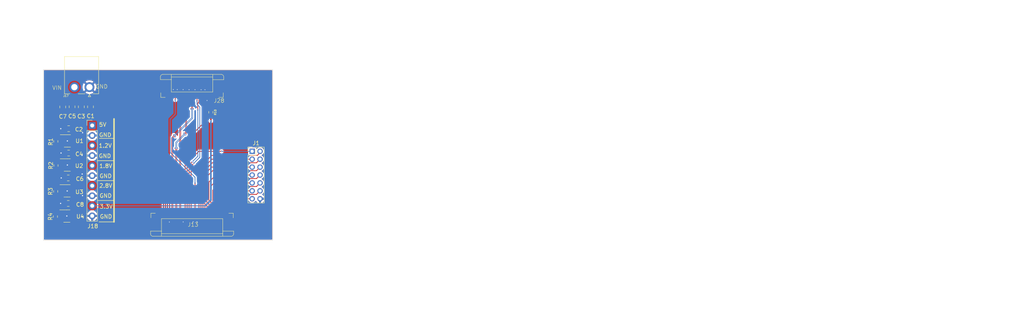
<source format=kicad_pcb>
(kicad_pcb (version 20240108) (generator "pcbnew") (generator_version "8.0")
  (layers (0 "F.Cu" jumper) (31 "B.Cu" signal) (34 "B.Paste" user) (35 "F.Paste" user) (36 "B.SilkS" user "B.Silkscreen") (37 "F.SilkS" user "F.Silkscreen") (38 "B.Mask" user) (39 "F.Mask" user) (44 "Edge.Cuts" user))
  (net 0 "")
  (net 1 "/GPIO6")
  (net 2 "/GPIO4")
  (net 3 "/GPIO0")
  (net 4 "/PCLK")
  (net 5 "/GPIO5")
  (net 6 "/GPIO7")
  (net 7 "/VSYNC")
  (net 8 "/GPIO2")
  (net 9 "/GPIO9")
  (net 10 "/GPIO8")
  (net 11 "/GPIO1")
  (net 12 "/GPIO3")
  (net 13 "/HREF")
  (net 14 "Net-(J28-Pin_19)")
  (net 15 "GND")
  (net 16 "VIN")
  (net 17 "VOUT_1.2")
  (net 18 "VOUT_1.8")
  (net 19 "VOUT_2.8")
  (net 24 "Net-(U1-EN)")
  (net 25 "Net-(U2-EN)")
  (net 26 "Net-(U3-EN)")
  (net 27 "Net-(U4-EN)")
  (net 28 "/MCP")
  (net 29 "/MDP1")
  (net 30 "/MCLK")
  (net 31 "/MIPI_I2C_SCL")
  (net 32 "/MIPI_I2C_SDA")
  (net 33 "/MDN1")
  (net 34 "/MCN")
  (net 35 "VCC_3V3")
  (net 36 "/MIPI_LVDS_RST")
  (net 37 "/MDP2")
  (net 38 "/MDN2")
  (footprint "Capacitor_SMD:C_0805_2012Metric" (layer "F.Cu") (at 33.98625 101.45875 180)
    (property "Reference" "C8" (at -2.97 -0.28 180) (layer "F.SilkS"))
    (property "Value" "10uF" (hide yes))
    (pad "1" smd roundrect (at -0.95 0 180) (size 1 1.45) (layers "F.Cu" "F.Paste" "F.Mask") (net 35 "VCC_3V3"))
    (pad "2" smd roundrect (at 0.95 0 180) (size 1 1.45) (layers "F.Cu" "F.Paste" "F.Mask") (net 15 "GND"))
  )
  (footprint "Package_TO_SOT_SMD:SOT-23-5" (layer "F.Cu") (at 33.76625 85.64875)
    (property "Reference" "U1" (at 3.07 0.01 180) (layer "F.SilkS"))
    (property "Value" "RT9080-12GJ5" (hide yes))
    (pad "1" smd roundrect (at -1.1375 -0.95) (size 1.325 0.6) (layers "F.Cu" "F.Paste" "F.Mask") (net 16 "VIN"))
    (pad "2" smd roundrect (at -1.1375 0) (size 1.325 0.6) (layers "F.Cu" "F.Paste" "F.Mask") (net 15 "GND"))
    (pad "3" smd roundrect (at -1.1375 0.95) (size 1.325 0.6) (layers "F.Cu" "F.Paste" "F.Mask") (net 24 "Net-(U1-EN)"))
    (pad "4" smd roundrect (at 1.1375 0.95) (size 1.325 0.6) (layers "F.Cu" "F.Paste" "F.Mask"))
    (pad "5" smd roundrect (at 1.1375 -0.95) (size 1.325 0.6) (layers "F.Cu" "F.Paste" "F.Mask") (net 17 "VOUT_1.2"))
  )
  (footprint "Footprint Library:KF2EDGH-3.81-2P" (layer "F.Cu") (at 39.35125 72.04625 180)
    (property "Reference" "J17" (at 5.95 -2.22 0) (layer "F.SilkS") (effects (font (size 0.5 0.5) (thickness 0.1))))
    (property "Value" "KF2EDGH-3.81-2P- Right Angle" (hide yes))
    (pad "1" thru_hole circle (at 0 0 180) (size 2.5 2.5) (drill 1.6) (layers "*.Cu" "*.Mask") (net 15 "GND"))
    (pad "2" thru_hole circle (at 3.81 0 180) (size 2.5 2.5) (drill 1.6) (layers "*.Cu" "*.Mask") (net 16 "VIN"))
  )
  (footprint "Capacitor_SMD:C_0805_2012Metric" (layer "F.Cu") (at 34.95625 77.01875 -90)
    (property "Reference" "C5" (at 2.369999 -0.020001 180) (layer "F.SilkS"))
    (property "Value" "10uF" (hide yes))
    (pad "1" smd roundrect (at -0.95 0 270) (size 1 1.45) (layers "F.Cu" "F.Paste" "F.Mask") (net 16 "VIN"))
    (pad "2" smd roundrect (at 0.95 0 270) (size 1 1.45) (layers "F.Cu" "F.Paste" "F.Mask") (net 15 "GND"))
  )
  (footprint "Package_TO_SOT_SMD:SOT-23-5" (layer "F.Cu") (at 33.68625 98.27875)
    (property "Reference" "U3" (at 3.11 0.27 180) (layer "F.SilkS"))
    (property "Value" "RT9080-28GJ5" (hide yes))
    (pad "1" smd roundrect (at -1.1375 -0.95) (size 1.325 0.6) (layers "F.Cu" "F.Paste" "F.Mask") (net 16 "VIN"))
    (pad "2" smd roundrect (at -1.1375 0) (size 1.325 0.6) (layers "F.Cu" "F.Paste" "F.Mask") (net 15 "GND"))
    (pad "3" smd roundrect (at -1.1375 0.95) (size 1.325 0.6) (layers "F.Cu" "F.Paste" "F.Mask") (net 26 "Net-(U3-EN)"))
    (pad "4" smd roundrect (at 1.1375 0.95) (size 1.325 0.6) (layers "F.Cu" "F.Paste" "F.Mask"))
    (pad "5" smd roundrect (at 1.1375 -0.95) (size 1.325 0.6) (layers "F.Cu" "F.Paste" "F.Mask") (net 19 "VOUT_2.8"))
  )
  (footprint "Capacitor_SMD:C_0805_2012Metric" (layer "F.Cu") (at 39.61625 77.02875 -90)
    (property "Reference" "C1" (at 2.33 -0.03 180) (layer "F.SilkS"))
    (property "Value" "10uF" (hide yes))
    (pad "1" smd roundrect (at -0.95 0 270) (size 1 1.45) (layers "F.Cu" "F.Paste" "F.Mask") (net 16 "VIN"))
    (pad "2" smd roundrect (at 0.95 0 270) (size 1 1.45) (layers "F.Cu" "F.Paste" "F.Mask") (net 15 "GND"))
  )
  (footprint "Capacitor_SMD:C_0805_2012Metric" (layer "F.Cu") (at 34.08625 88.70875 180)
    (property "Reference" "C4" (at -2.69 -0.26 180) (layer "F.SilkS"))
    (property "Value" "10uF" (hide yes))
    (pad "1" smd roundrect (at -0.95 0 180) (size 1 1.45) (layers "F.Cu" "F.Paste" "F.Mask") (net 18 "VOUT_1.8"))
    (pad "2" smd roundrect (at 0.95 0 180) (size 1 1.45) (layers "F.Cu" "F.Paste" "F.Mask") (net 15 "GND"))
  )
  (footprint "Resistor_SMD:R_0603_1608Metric" (layer "F.Cu") (at 70.05375 78.40125 -90)
    (property "Reference" "R10" (at 0.005 -1.13 90) (layer "F.SilkS") (effects (font (size 0.5 0.5) (thickness 0.1) (bold yes))))
    (property "Value" "DNP")
    (pad "1" smd roundrect (at -0.825 0 270) (size 0.8 0.95) (layers "F.Cu" "F.Paste" "F.Mask") (net 14 "Net-(J28-Pin_19)"))
    (pad "2" smd roundrect (at 0.825 0 270) (size 0.8 0.95) (layers "F.Cu" "F.Paste" "F.Mask") (net 35 "VCC_3V3"))
  )
  (footprint "Connector_PinHeader_2.54mm:PinHeader_1x10_P2.54mm_Vertical" (layer "F.Cu") (at 40.04625 81.73875)
    (property "Reference" "J18" (at 0.15 25.47 0) (layer "F.SilkS"))
    (property "Value" "PinHeader_1x10_P2.54mm_Vertical_MALE_TH" (hide yes))
    (pad "1" thru_hole rect (at 0 0) (size 1.7 1.7) (drill 1) (layers "*.Cu" "*.Mask") (net 16 "VIN"))
    (pad "2" thru_hole oval (at 0 2.54) (size 1.7 1.7) (drill 1) (layers "*.Cu" "*.Mask") (net 15 "GND"))
    (pad "3" thru_hole oval (at 0 5.08) (size 1.7 1.7) (drill 1) (layers "*.Cu" "*.Mask") (net 17 "VOUT_1.2"))
    (pad "4" thru_hole oval (at 0 7.62) (size 1.7 1.7) (drill 1) (layers "*.Cu" "*.Mask") (net 15 "GND"))
    (pad "5" thru_hole oval (at 0 10.16) (size 1.7 1.7) (drill 1) (layers "*.Cu" "*.Mask") (net 18 "VOUT_1.8"))
    (pad "6" thru_hole oval (at 0 12.7) (size 1.7 1.7) (drill 1) (layers "*.Cu" "*.Mask") (net 15 "GND"))
    (pad "7" thru_hole oval (at 0 15.24) (size 1.7 1.7) (drill 1) (layers "*.Cu" "*.Mask") (net 19 "VOUT_2.8"))
    (pad "8" thru_hole oval (at 0 17.78) (size 1.7 1.7) (drill 1) (layers "*.Cu" "*.Mask") (net 15 "GND"))
    (pad "9" thru_hole oval (at 0 20.32) (size 1.7 1.7) (drill 1) (layers "*.Cu" "*.Mask") (net 35 "VCC_3V3"))
    (pad "10" thru_hole oval (at 0 22.86) (size 1.7 1.7) (drill 1) (layers "*.Cu" "*.Mask") (net 15 "GND"))
  )
  (footprint "Package_TO_SOT_SMD:SOT-23-5" (layer "F.Cu") (at 33.73875 91.73875)
    (property "Reference" "U2" (at 3.0075 0.21 0) (layer "F.SilkS"))
    (property "Value" "RT9080-18GJ5" (hide yes))
    (pad "1" smd roundrect (at -1.1375 -0.95) (size 1.325 0.6) (layers "F.Cu" "F.Paste" "F.Mask") (net 16 "VIN"))
    (pad "2" smd roundrect (at -1.1375 0) (size 1.325 0.6) (layers "F.Cu" "F.Paste" "F.Mask") (net 15 "GND"))
    (pad "3" smd roundrect (at -1.1375 0.95) (size 1.325 0.6) (layers "F.Cu" "F.Paste" "F.Mask") (net 25 "Net-(U2-EN)"))
    (pad "4" smd roundrect (at 1.1375 0.95) (size 1.325 0.6) (layers "F.Cu" "F.Paste" "F.Mask"))
    (pad "5" smd roundrect (at 1.1375 -0.95) (size 1.325 0.6) (layers "F.Cu" "F.Paste" "F.Mask") (net 18 "VOUT_1.8"))
  )
  (footprint "Capacitor_SMD:C_0805_2012Metric" (layer "F.Cu") (at 34.09625 82.54875 180)
    (property "Reference" "C2" (at -2.6 -0.19 180) (layer "F.SilkS"))
    (property "Value" "10uF" (hide yes))
    (pad "1" smd roundrect (at -0.95 0 180) (size 1 1.45) (layers "F.Cu" "F.Paste" "F.Mask") (net 17 "VOUT_1.2"))
    (pad "2" smd roundrect (at 0.95 0 180) (size 1 1.45) (layers "F.Cu" "F.Paste" "F.Mask") (net 15 "GND"))
  )
  (footprint "Footprint Library:FFC SOCKET DR_DWN 0.5MM-30P" (layer "F.Cu") (at 65.30375 103.99875)
    (property "Reference" "J13" (at 0.25 2.8125 0) (layer "F.SilkS") (effects (font (thickness 0.1))))
    (property "Value" "FPC-05F-30PH20")
    (pad "1" smd rect (at -7.25 0.625 90) (size 1.25 0.3) (layers "F.Cu" "F.Paste" "F.Mask") (net 19 "VOUT_2.8"))
    (pad "2" smd rect (at -6.75 0.625 90) (size 1.25 0.3) (layers "F.Cu" "F.Paste" "F.Mask") (net 18 "VOUT_1.8"))
    (pad "3" smd rect (at -6.25 0.625 90) (size 1.25 0.3) (layers "F.Cu" "F.Paste" "F.Mask") (net 17 "VOUT_1.2"))
    (pad "4" smd rect (at -5.75 0.625 90) (size 1.25 0.3) (layers "F.Cu" "F.Paste" "F.Mask") (net 15 "GND"))
    (pad "5" smd rect (at -5.25 0.625 90) (size 1.25 0.3) (layers "F.Cu" "F.Paste" "F.Mask") (net 37 "/MDP2"))
    (pad "6" smd rect (at -4.75 0.625 90) (size 1.25 0.3) (layers "F.Cu" "F.Paste" "F.Mask") (net 38 "/MDN2"))
    (pad "7" smd rect (at -4.25 0.625 90) (size 1.25 0.3) (layers "F.Cu" "F.Paste" "F.Mask") (net 28 "/MCP"))
    (pad "8" smd rect (at -3.75 0.625 90) (size 1.25 0.3) (layers "F.Cu" "F.Paste" "F.Mask") (net 34 "/MCN"))
    (pad "9" smd rect (at -3.25 0.625 90) (size 1.25 0.3) (layers "F.Cu" "F.Paste" "F.Mask") (net 29 "/MDP1"))
    (pad "10" smd rect (at -2.75 0.625 90) (size 1.25 0.3) (layers "F.Cu" "F.Paste" "F.Mask") (net 33 "/MDN1"))
    (pad "11" smd rect (at -2.25 0.625 90) (size 1.25 0.3) (layers "F.Cu" "F.Paste" "F.Mask") (net 15 "GND"))
    (pad "12" smd rect (at -1.75 0.625 90) (size 1.25 0.3) (layers "F.Cu" "F.Paste" "F.Mask") (net 36 "/MIPI_LVDS_RST"))
    (pad "13" smd rect (at -1.25 0.625 90) (size 1.25 0.3) (layers "F.Cu" "F.Paste" "F.Mask") (net 13 "/HREF"))
    (pad "14" smd rect (at -0.75 0.625 90) (size 1.25 0.3) (layers "F.Cu" "F.Paste" "F.Mask") (net 32 "/MIPI_I2C_SDA"))
    (pad "15" smd rect (at -0.25 0.625 90) (size 1.25 0.3) (layers "F.Cu" "F.Paste" "F.Mask") (net 31 "/MIPI_I2C_SCL"))
    (pad "16" smd rect (at 0.25 0.625 90) (size 1.25 0.3) (layers "F.Cu" "F.Paste" "F.Mask") (net 15 "GND"))
    (pad "17" smd rect (at 0.75 0.625 90) (size 1.25 0.3) (layers "F.Cu" "F.Paste" "F.Mask") (net 30 "/MCLK"))
    (pad "18" smd rect (at 1.25 0.625 90) (size 1.25 0.3) (layers "F.Cu" "F.Paste" "F.Mask") (net 15 "GND"))
    (pad "19" smd rect (at 1.75 0.625 90) (size 1.25 0.3) (layers "F.Cu" "F.Paste" "F.Mask") (net 4 "/PCLK"))
    (pad "20" smd rect (at 2.25 0.625 90) (size 1.25 0.3) (layers "F.Cu" "F.Paste" "F.Mask") (net 7 "/VSYNC"))
    (pad "21" smd rect (at 2.75 0.625 90) (size 1.25 0.3) (layers "F.Cu" "F.Paste" "F.Mask") (net 9 "/GPIO9"))
    (pad "22" smd rect (at 3.25 0.625 90) (size 1.25 0.3) (layers "F.Cu" "F.Paste" "F.Mask") (net 10 "/GPIO8"))
    (pad "23" smd rect (at 3.75 0.625 90) (size 1.25 0.3) (layers "F.Cu" "F.Paste" "F.Mask") (net 6 "/GPIO7"))
    (pad "24" smd rect (at 4.25 0.625 90) (size 1.25 0.3) (layers "F.Cu" "F.Paste" "F.Mask") (net 1 "/GPIO6"))
    (pad "25" smd rect (at 4.75 0.625 90) (size 1.25 0.3) (layers "F.Cu" "F.Paste" "F.Mask") (net 5 "/GPIO5"))
    (pad "26" smd rect (at 5.25 0.625 90) (size 1.25 0.3) (layers "F.Cu" "F.Paste" "F.Mask") (net 2 "/GPIO4"))
    (pad "27" smd rect (at 5.75 0.625 90) (size 1.25 0.3) (layers "F.Cu" "F.Paste" "F.Mask") (net 12 "/GPIO3"))
    (pad "28" smd rect (at 6.25 0.625 90) (size 1.25 0.3) (layers "F.Cu" "F.Paste" "F.Mask") (net 8 "/GPIO2"))
    (pad "29" smd rect (at 6.75 0.625 90) (size 1.25 0.3) (layers "F.Cu" "F.Paste" "F.Mask") (net 11 "/GPIO1"))
    (pad "30" smd rect (at 7.25 0.625 90) (size 1.25 0.3) (layers "F.Cu" "F.Paste" "F.Mask") (net 3 "/GPIO0"))
    (pad "31" smd rect (at -8.94 2.875 90) (size 3.15 2) (layers "F.Cu" "F.Paste" "F.Mask") (net 15 "GND"))
    (pad "32" smd rect (at 8.94 2.875 90) (size 3.15 2) (layers "F.Cu" "F.Paste" "F.Mask") (net 15 "GND"))
  )
  (footprint "Connector_PinHeader_2.00mm:PinHeader_2x07_P2.00mm_Vertical" (layer "F.Cu") (at 80.49375 88.27125)
    (property "Reference" "J1" (at 1 -2.06 0) (layer "F.SilkS"))
    (property "Value" "DNP")
    (pad "1" thru_hole rect (at 0 0) (size 1.35 1.35) (drill 0.8) (layers "*.Cu" "*.Mask") (net 13 "/HREF"))
    (pad "2" thru_hole oval (at 2 0) (size 1.35 1.35) (drill 0.8) (layers "*.Cu" "*.Mask") (net 4 "/PCLK"))
    (pad "3" thru_hole oval (at 0 2) (size 1.35 1.35) (drill 0.8) (layers "*.Cu" "*.Mask") (net 7 "/VSYNC"))
    (pad "4" thru_hole oval (at 2 2) (size 1.35 1.35) (drill 0.8) (layers "*.Cu" "*.Mask") (net 9 "/GPIO9"))
    (pad "5" thru_hole oval (at 0 4) (size 1.35 1.35) (drill 0.8) (layers "*.Cu" "*.Mask") (net 10 "/GPIO8"))
    (pad "6" thru_hole oval (at 2 4) (size 1.35 1.35) (drill 0.8) (layers "*.Cu" "*.Mask") (net 6 "/GPIO7"))
    (pad "7" thru_hole oval (at 0 6) (size 1.35 1.35) (drill 0.8) (layers "*.Cu" "*.Mask") (net 1 "/GPIO6"))
    (pad "8" thru_hole oval (at 2 6) (size 1.35 1.35) (drill 0.8) (layers "*.Cu" "*.Mask") (net 5 "/GPIO5"))
    (pad "9" thru_hole oval (at 0 8) (size 1.35 1.35) (drill 0.8) (layers "*.Cu" "*.Mask") (net 2 "/GPIO4"))
    (pad "10" thru_hole oval (at 2 8) (size 1.35 1.35) (drill 0.8) (layers "*.Cu" "*.Mask") (net 12 "/GPIO3"))
    (pad "11" thru_hole oval (at 0 10) (size 1.35 1.35) (drill 0.8) (layers "*.Cu" "*.Mask") (net 8 "/GPIO2"))
    (pad "12" thru_hole oval (at 2 10) (size 1.35 1.35) (drill 0.8) (layers "*.Cu" "*.Mask") (net 11 "/GPIO1"))
    (pad "13" thru_hole oval (at 0 12) (size 1.35 1.35) (drill 0.8) (layers "*.Cu" "*.Mask") (net 3 "/GPIO0"))
    (pad "14" thru_hole oval (at 2 12) (size 1.35 1.35) (drill 0.8) (layers "*.Cu" "*.Mask") (net 15 "GND"))
  )
  (footprint "Footprint Library:FFC SOCKET DR_DWN 0.5MM -20P" (layer "F.Cu") (at 65.30375 74.062499 180)
    (property "Reference" "J28" (at -6.83 -1.41 0) (layer "F.SilkS") (effects (font (thickness 0.1))))
    (property "Value" "FPC-05F-20PH20")
    (pad "1" smd rect (at 4.75 0.11 90) (size 1.25 0.3) (layers "F.Cu" "F.Paste" "F.Mask") (net 15 "GND"))
    (pad "2" smd rect (at 4.25 0.11 90) (size 1.25 0.3) (layers "F.Cu" "F.Paste" "F.Mask") (net 30 "/MCLK"))
    (pad "3" smd rect (at 3.75 0.11 90) (size 1.25 0.3) (layers "F.Cu" "F.Paste" "F.Mask") (net 15 "GND"))
    (pad "4" smd rect (at 3.25 0.11 90) (size 1.25 0.3) (layers "F.Cu" "F.Paste" "F.Mask") (net 29 "/MDP1"))
    (pad "5" smd rect (at 2.75 0.11 90) (size 1.25 0.3) (layers "F.Cu" "F.Paste" "F.Mask") (net 33 "/MDN1"))
    (pad "6" smd rect (at 2.25 0.11 90) (size 1.25 0.3) (layers "F.Cu" "F.Paste" "F.Mask") (net 15 "GND"))
    (pad "7" smd rect (at 1.75 0.11 90) (size 1.25 0.3) (layers "F.Cu" "F.Paste" "F.Mask") (net 28 "/MCP"))
    (pad "8" smd rect (at 1.25 0.11 90) (size 1.25 0.3) (layers "F.Cu" "F.Paste" "F.Mask") (net 34 "/MCN"))
    (pad "9" smd rect (at 0.75 0.11 90) (size 1.25 0.3) (layers "F.Cu" "F.Paste" "F.Mask") (net 15 "GND"))
    (pad "10" smd rect (at 0.25 0.11 90) (size 1.25 0.3) (layers "F.Cu" "F.Paste" "F.Mask") (net 37 "/MDP2"))
    (pad "11" smd rect (at -0.25 0.11 90) (size 1.25 0.3) (layers "F.Cu" "F.Paste" "F.Mask") (net 38 "/MDN2"))
    (pad "12" smd rect (at -0.75 0.11 90) (size 1.25 0.3) (layers "F.Cu" "F.Paste" "F.Mask") (net 15 "GND"))
    (pad "13" smd rect (at -1.25 0.11 90) (size 1.25 0.3) (layers "F.Cu" "F.Paste" "F.Mask") (net 31 "/MIPI_I2C_SCL"))
    (pad "14" smd rect (at -1.75 0.11 90) (size 1.25 0.3) (layers "F.Cu" "F.Paste" "F.Mask") (net 32 "/MIPI_I2C_SDA"))
    (pad "15" smd rect (at -2.25 0.11 90) (size 1.25 0.3) (layers "F.Cu" "F.Paste" "F.Mask") (net 15 "GND"))
    (pad "16" smd rect (at -2.75 0.11 90) (size 1.25 0.3) (layers "F.Cu" "F.Paste" "F.Mask") (net 36 "/MIPI_LVDS_RST"))
    (pad "17" smd rect (at -3.25 0.11 90) (size 1.25 0.3) (layers "F.Cu" "F.Paste" "F.Mask") (net 15 "GND"))
    (pad "18" smd rect (at -3.75 0.11 90) (size 1.25 0.3) (layers "F.Cu" "F.Paste" "F.Mask") (net 15 "GND"))
    (pad "19" smd rect (at -4.25 0.11 90) (size 1.25 0.3) (layers "F.Cu" "F.Paste" "F.Mask") (net 14 "Net-(J28-Pin_19)"))
    (pad "20" smd rect (at -4.75 0.11 90) (size 1.25 0.3) (layers "F.Cu" "F.Paste" "F.Mask") (net 14 "Net-(J28-Pin_19)"))
    (pad "21" smd rect (at 6.44 2.36 90) (size 3.15 2) (layers "F.Cu" "F.Paste" "F.Mask") (net 15 "GND"))
    (pad "22" smd rect (at -6.44 2.36 90) (size 3.15 2) (layers "F.Cu" "F.Paste" "F.Mask") (net 15 "GND"))
  )
  (footprint "Resistor_SMD:R_0603_1608Metric" (layer "F.Cu") (at 30.85625 85.76875 -90)
    (property "Reference" "R1" (at 0.1 1.31 90) (layer "F.SilkS"))
    (property "Value" "5K" (hide yes))
    (pad "1" smd roundrect (at -0.825 0 270) (size 0.8 0.95) (layers "F.Cu" "F.Paste" "F.Mask") (net 16 "VIN"))
    (pad "2" smd roundrect (at 0.825 0 270) (size 0.8 0.95) (layers "F.Cu" "F.Paste" "F.Mask") (net 24 "Net-(U1-EN)"))
  )
  (footprint "Resistor_SMD:R_0603_1608Metric" (layer "F.Cu") (at 30.88625 91.85875 -90)
    (property "Reference" "R2" (at 0 1.3 90) (layer "F.SilkS"))
    (property "Value" "5K" (hide yes))
    (pad "1" smd roundrect (at -0.825 0 270) (size 0.8 0.95) (layers "F.Cu" "F.Paste" "F.Mask") (net 16 "VIN"))
    (pad "2" smd roundrect (at 0.825 0 270) (size 0.8 0.95) (layers "F.Cu" "F.Paste" "F.Mask") (net 25 "Net-(U2-EN)"))
  )
  (footprint "Resistor_SMD:R_0603_1608Metric" (layer "F.Cu") (at 30.74625 104.77375 -90)
    (property "Reference" "R4" (at 0 1.28 90) (layer "F.SilkS"))
    (property "Value" "5K" (hide yes))
    (pad "1" smd roundrect (at -0.825 0 270) (size 0.8 0.95) (layers "F.Cu" "F.Paste" "F.Mask") (net 16 "VIN"))
    (pad "2" smd roundrect (at 0.825 0 270) (size 0.8 0.95) (layers "F.Cu" "F.Paste" "F.Mask") (net 27 "Net-(U4-EN)"))
  )
  (footprint "Capacitor_SMD:C_0805_2012Metric" (layer "F.Cu") (at 32.59625 77.05875 -90)
    (property "Reference" "C7" (at 2.429999 -0.020001 180) (layer "F.SilkS"))
    (property "Value" "10uF" (hide yes))
    (pad "1" smd roundrect (at -0.95 0 270) (size 1 1.45) (layers "F.Cu" "F.Paste" "F.Mask") (net 16 "VIN"))
    (pad "2" smd roundrect (at 0.95 0 270) (size 1 1.45) (layers "F.Cu" "F.Paste" "F.Mask") (net 15 "GND"))
  )
  (footprint "Resistor_SMD:R_0603_1608Metric" (layer "F.Cu") (at 30.81625 98.40875 -90)
    (property "Reference" "R3" (at 0 1.33 90) (layer "F.SilkS"))
    (property "Value" "5K" (hide yes))
    (pad "1" smd roundrect (at -0.825 0 270) (size 0.8 0.95) (layers "F.Cu" "F.Paste" "F.Mask") (net 16 "VIN"))
    (pad "2" smd roundrect (at 0.825 0 270) (size 0.8 0.95) (layers "F.Cu" "F.Paste" "F.Mask") (net 26 "Net-(U3-EN)"))
  )
  (footprint "Capacitor_SMD:C_0805_2012Metric" (layer "F.Cu") (at 33.98625 95.00875 180)
    (property "Reference" "C6" (at -2.92 -0.24 180) (layer "F.SilkS"))
    (property "Value" "10uF" (hide yes))
    (pad "1" smd roundrect (at -0.95 0 180) (size 1 1.45) (layers "F.Cu" "F.Paste" "F.Mask") (net 19 "VOUT_2.8"))
    (pad "2" smd roundrect (at 0.95 0 180) (size 1 1.45) (layers "F.Cu" "F.Paste" "F.Mask") (net 15 "GND"))
  )
  (footprint "Package_TO_SOT_SMD:SOT-23-5" (layer "F.Cu") (at 33.62875 104.64875)
    (property "Reference" "U4" (at 3.4075 0.11 180) (layer "F.SilkS"))
    (property "Value" "RT9080-33GJ5" (hide yes))
    (pad "1" smd roundrect (at -1.1375 -0.95) (size 1.325 0.6) (layers "F.Cu" "F.Paste" "F.Mask") (net 16 "VIN"))
    (pad "2" smd roundrect (at -1.1375 0) (size 1.325 0.6) (layers "F.Cu" "F.Paste" "F.Mask") (net 15 "GND"))
    (pad "3" smd roundrect (at -1.1375 0.95) (size 1.325 0.6) (layers "F.Cu" "F.Paste" "F.Mask") (net 27 "Net-(U4-EN)"))
    (pad "4" smd roundrect (at 1.1375 0.95) (size 1.325 0.6) (layers "F.Cu" "F.Paste" "F.Mask"))
    (pad "5" smd roundrect (at 1.1375 -0.95) (size 1.325 0.6) (layers "F.Cu" "F.Paste" "F.Mask") (net 35 "VCC_3V3"))
  )
  (footprint "Capacitor_SMD:C_0805_2012Metric" (layer "F.Cu") (at 37.29625 77.02875 -90)
    (property "Reference" "C3" (at 2.4 0.02 180) (layer "F.SilkS"))
    (property "Value" "10uF" (hide yes))
    (pad "1" smd roundrect (at -0.95 0 270) (size 1 1.45) (layers "F.Cu" "F.Paste" "F.Mask") (net 16 "VIN"))
    (pad "2" smd roundrect (at 0.95 0 270) (size 1 1.45) (layers "F.Cu" "F.Paste" "F.Mask") (net 15 "GND"))
  )
  (gr_line (start 41.86625 84.99875) (end 45.38625 84.99875) (stroke (width 0.15)) (layer "F.SilkS"))
  (gr_line (start 41.41625 95.68875) (end 45.42625 95.68875) (stroke (width 0.15)) (layer "F.SilkS"))
  (gr_line (start 41.39625 90.64875) (end 45.42625 90.64875) (stroke (width 0.15)) (layer "F.SilkS"))
  (gr_line (start 45.56375 80.06625) (end 45.56375 106.13625) (stroke (width 0.36)) (layer "F.SilkS"))
  (gr_line (start 41.39625 100.70875) (end 45.38625 100.70875) (stroke (width 0.15)) (layer "F.SilkS"))
  (gr_line (start 41.77875 106.12625) (end 45.48875 106.12625) (stroke (width 0.15)) (layer "F.SilkS"))
  (gr_rect (start 27.70375 67.63125) (end 85.69375 110.74125) (stroke (width 0.1)) (fill none) (layer "Edge.Cuts"))
  (gr_text "GND" (at 41.81625 95.10875 0) (layer "F.SilkS") (effects (font (size 1 1)) (justify left bottom)))
  (gr_text "GND" (at 42.43375 71.90125 0) (layer "F.SilkS") (effects (font (size 1 1) (thickness 0.1))))
  (gr_text "GND" (at 41.81625 100.09875 0) (layer "F.SilkS") (effects (font (size 1 1)) (justify left bottom)))
  (gr_text "GND" (at 41.64625 90.03875 0) (layer "F.SilkS") (effects (font (size 1 1)) (justify left bottom)))
  (gr_text "VIN" (at 31.15375 72.21125 0) (layer "F.SilkS") (effects (font (size 1 1) (thickness 0.1))))
  (gr_text "2.8V" (at 41.76625 97.55875 0) (layer "F.SilkS") (effects (font (size 1 1)) (justify left bottom)))
  (gr_text "GND" (at 41.90625 105.35875 0) (layer "F.SilkS") (effects (font (size 1 1)) (justify left bottom)))
  (gr_text "1.2V" (at 41.63625 87.42875 0) (layer "F.SilkS") (effects (font (size 1 1)) (justify left bottom)))
  (gr_text "3.3V" (at 41.85625 102.81875 0) (layer "F.SilkS") (effects (font (size 1 1)) (justify left bottom)))
  (gr_text "5V" (at 41.70625 82.10875 0) (layer "F.SilkS") (effects (font (size 1 1)) (justify left bottom)))
  (gr_text "GND" (at 41.71625 84.71875 0) (layer "F.SilkS") (effects (font (size 1 1)) (justify left bottom)))
  (gr_text "1.8V" (at 41.76625 92.56875 0) (layer "F.SilkS") (effects (font (size 1 1)) (justify left bottom)))
  (segment (start 80.49375 94.27125) (end 71.33375 94.27125) (width 0.2) (layer "F.Cu") (net 1))
  (segment (start 69.55375 96.05125) (end 69.55375 104.62375) (width 0.2) (layer "F.Cu") (net 1))
  (segment (start 71.33375 94.27125) (end 69.55375 96.05125) (width 0.2) (layer "F.Cu") (net 1))
  (segment (start 70.55375 98.11125) (end 72.39375 96.27125) (width 0.2) (layer "F.Cu") (net 2))
  (segment (start 70.55375 104.62375) (end 70.55375 98.11125) (width 0.2) (layer "F.Cu") (net 2))
  (segment (start 72.39375 96.27125) (end 80.49375 96.27125) (width 0.2) (layer "F.Cu") (net 2))
  (segment (start 72.55375 102.42125) (end 74.70375 100.27125) (width 0.2) (layer "F.Cu") (net 3))
  (segment (start 74.70375 100.27125) (end 80.49375 100.27125) (width 0.2) (layer "F.Cu") (net 3))
  (segment (start 72.55375 104.62375) (end 72.55375 102.42125) (width 0.2) (layer "F.Cu") (net 3))
  (segment (start 67.05375 92.55125) (end 70.31375 89.29125) (width 0.2) (layer "F.Cu") (net 4))
  (segment (start 70.31375 89.29125) (end 81.83375 89.29125) (width 0.2) (layer "F.Cu") (net 4))
  (segment (start 67.05375 92.55125) (end 67.05375 104.62375) (width 0.2) (layer "F.Cu") (net 4))
  (segment (start 82.49375 88.63125) (end 82.49375 88.27125) (width 0.2) (layer "F.Cu") (net 4))
  (segment (start 81.83375 89.29125) (end 82.49375 88.63125) (width 0.2) (layer "F.Cu") (net 4))
  (segment (start 71.96175 95.17325) (end 81.59175 95.17325) (width 0.2) (layer "F.Cu") (net 5))
  (segment (start 70.05375 104.62375) (end 70.05375 97.08125) (width 0.2) (layer "F.Cu") (net 5))
  (segment (start 70.05375 97.08125) (end 71.96175 95.17325) (width 0.2) (layer "F.Cu") (net 5))
  (segment (start 81.59175 95.17325) (end 82.49375 94.27125) (width 0.2) (layer "F.Cu") (net 5))
  (segment (start 69.05375 94.64125) (end 70.52175 93.17325) (width 0.2) (layer "F.Cu") (net 6))
  (segment (start 70.52175 93.17325) (end 81.59175 93.17325) (width 0.2) (layer "F.Cu") (net 6))
  (segment (start 81.59175 93.17325) (end 82.49375 92.27125) (width 0.2) (layer "F.Cu") (net 6))
  (segment (start 69.05375 104.62375) (end 69.05375 94.64125) (width 0.2) (layer "F.Cu") (net 6))
  (segment (start 67.55375 93.04125) (end 70.32375 90.27125) (width 0.2) (layer "F.Cu") (net 7))
  (segment (start 70.32375 90.27125) (end 80.49375 90.27125) (width 0.2) (layer "F.Cu") (net 7))
  (segment (start 67.55375 104.62375) (end 67.55375 93.04125) (width 0.2) (layer "F.Cu") (net 7))
  (segment (start 73.98375 98.27125) (end 80.49375 98.27125) (width 0.2) (layer "F.Cu") (net 8))
  (segment (start 71.55375 104.62375) (end 71.55375 100.70125) (width 0.2) (layer "F.Cu") (net 8))
  (segment (start 71.55375 100.70125) (end 73.98375 98.27125) (width 0.2) (layer "F.Cu") (net 8))
  (segment (start 70.42175 91.17325) (end 81.59175 91.17325) (width 0.2) (layer "F.Cu") (net 9))
  (segment (start 81.59175 91.17325) (end 82.49375 90.27125) (width 0.2) (layer "F.Cu") (net 9))
  (segment (start 68.05375 93.54125) (end 70.42175 91.17325) (width 0.2) (layer "F.Cu") (net 9))
  (segment (start 68.05375 93.54125) (end 68.05375 104.62375) (width 0.2) (layer "F.Cu") (net 9))
  (segment (start 68.55375 104.62375) (end 68.55375 93.99125) (width 0.2) (layer "F.Cu") (net 10))
  (segment (start 70.27375 92.27125) (end 80.49375 92.27125) (width 0.2) (layer "F.Cu") (net 10))
  (segment (start 68.55375 93.99125) (end 70.27375 92.27125) (width 0.2) (layer "F.Cu") (net 10))
  (segment (start 74.47175 99.17325) (end 81.59175 99.17325) (width 0.2) (layer "F.Cu") (net 11))
  (segment (start 72.05375 101.59125) (end 74.47175 99.17325) (width 0.2) (layer "F.Cu") (net 11))
  (segment (start 81.59175 99.17325) (end 82.49375 98.27125) (width 0.2) (layer "F.Cu") (net 11))
  (segment (start 72.05375 101.59125) (end 72.05375 104.62375) (width 0.2) (layer "F.Cu") (net 11))
  (segment (start 81.59175 97.17325) (end 82.49375 96.27125) (width 0.2) (layer "F.Cu") (net 12))
  (segment (start 71.05375 99.11125) (end 72.99175 97.17325) (width 0.2) (layer "F.Cu") (net 12))
  (segment (start 72.99175 97.17325) (end 81.59175 97.17325) (width 0.2) (layer "F.Cu") (net 12))
  (segment (start 71.05375 99.11125) (end 71.05375 104.62375) (width 0.2) (layer "F.Cu") (net 12))
  (segment (start 64.06375 104.61375) (end 64.05375 104.62375) (width 0.2) (layer "F.Cu") (net 13))
  (segment (start 64.05375 91.23125) (end 64.05375 104.62375) (width 0.2) (layer "F.Cu") (net 13))
  (segment (start 72.75375 88.27125) (end 67.01375 88.27125) (width 0.2) (layer "F.Cu") (net 13))
  (segment (start 67.01375 88.27125) (end 64.05375 91.23125) (width 0.2) (layer "F.Cu") (net 13))
  (via (at 72.75375 88.27125) (size 0.4) (drill 0.2) (layers "F.Cu" "B.Cu") (net 13))
  (segment (start 72.75375 88.27125) (end 80.49375 88.27125) (width 0.2) (layer "B.Cu") (net 13))
  (segment (start 69.55375 73.952499) (end 69.55375 77.07625) (width 0.2) (layer "F.Cu") (net 14))
  (segment (start 69.55375 77.07625) (end 70.05375 77.57625) (width 0.2) (layer "F.Cu") (net 14))
  (segment (start 70.05375 77.57625) (end 70.05375 75.79125) (width 0.2) (layer "F.Cu") (net 14))
  (segment (start 70.05375 75.79125) (end 70.05375 73.952499) (width 0.2) (layer "F.Cu") (net 14))
  (segment (start 60.55375 73.952499) (end 60.55375 72.65125) (width 0.2) (layer "F.Cu") (net 15))
  (segment (start 66.05375 72.70125) (end 66.04375 72.69125) (width 0.2) (layer "F.Cu") (net 15))
  (segment (start 64.55375 73.952499) (end 64.55375 72.70125) (width 0.2) (layer "F.Cu") (net 15))
  (segment (start 32.51125 104.62875) (end 32.49125 104.64875) (width 0.508) (layer "F.Cu") (net 15))
  (segment (start 63.05375 73.952499) (end 63.05375 72.68125) (width 0.2) (layer "F.Cu") (net 15))
  (segment (start 33.02625 101.44875) (end 33.03625 101.45875) (width 0.508) (layer "F.Cu") (net 15))
  (segment (start 66.55375 104.62375) (end 66.55375 106.07125) (width 0.2) (layer "F.Cu") (net 15))
  (segment (start 69.05375 75.39125) (end 69.08375 75.42125) (width 0.2) (layer "F.Cu") (net 15))
  (segment (start 32.21625 95.00875) (end 33.03625 95.00875) (width 0.508) (layer "F.Cu") (net 15))
  (segment (start 33.14625 82.54875) (end 32.09625 82.54875) (width 0.508) (layer "F.Cu") (net 15))
  (segment (start 64.55375 72.70125) (end 64.54375 72.69125) (width 0.2) (layer "F.Cu") (net 15))
  (segment (start 59.55375 104.62375) (end 59.55375 106.15125) (width 0.2) (layer "F.Cu") (net 15))
  (segment (start 65.55375 106.07125) (end 65.56375 106.08125) (width 0.2) (layer "F.Cu") (net 15))
  (segment (start 63.05375 104.62375) (end 63.05375 106.13125) (width 0.2) (layer "F.Cu") (net 15))
  (segment (start 33.76625 91.73875) (end 32.60125 91.73875) (width 0.508) (layer "F.Cu") (net 15))
  (segment (start 32.05625 101.44875) (end 33.02625 101.44875) (width 0.508) (layer "F.Cu") (net 15))
  (segment (start 33.76625 85.64875) (end 32.62875 85.64875) (width 0.508) (layer "F.Cu") (net 15))
  (segment (start 68.55375 73.952499) (end 68.55375 72.71125) (width 0.2) (layer "F.Cu") (net 15))
  (segment (start 66.55375 106.07125) (end 66.54375 106.08125) (width 0.2) (layer "F.Cu") (net 15))
  (segment (start 32.56875 98.29875) (end 32.54875 98.27875) (width 0.508) (layer "F.Cu") (net 15))
  (segment (start 65.55375 104.62375) (end 65.55375 106.07125) (width 0.2) (layer "F.Cu") (net 15))
  (segment (start 69.05375 73.952499) (end 69.05375 75.39125) (width 0.2) (layer "F.Cu") (net 15))
  (segment (start 63.05375 72.68125) (end 63.04375 72.67125) (width 0.2) (layer "F.Cu") (net 15))
  (segment (start 33.62625 104.62875) (end 32.51125 104.62875) (width 0.508) (layer "F.Cu") (net 15))
  (segment (start 66.05375 73.952499) (end 66.05375 72.70125) (width 0.2) (layer "F.Cu") (net 15))
  (segment (start 32.16625 88.70875) (end 33.13625 88.70875) (width 0.508) (layer "F.Cu") (net 15))
  (segment (start 33.72625 98.29875) (end 32.56875 98.29875) (width 0.508) (layer "F.Cu") (net 15))
  (segment (start 61.55375 73.952499) (end 61.55375 72.66125) (width 0.2) (layer "F.Cu") (net 15))
  (segment (start 67.55375 72.73125) (end 67.58375 72.70125) (width 0.2) (layer "F.Cu") (net 15))
  (segment (start 68.55375 72.71125) (end 68.56375 72.70125) (width 0.2) (layer "F.Cu") (net 15))
  (segment (start 67.55375 73.952499) (end 67.55375 72.73125) (width 0.2) (layer "F.Cu") (net 15))
  (via (at 66.54375 106.08125) (size 0.4) (drill 0.2) (layers "F.Cu" "B.Cu") (net 15))
  (via (at 37.61625 83.56875) (size 0.5) (drill 0.3) (layers "F.Cu" "B.Cu") (net 15))
  (via (at 32.21625 95.00875) (size 0.5) (drill 0.3) (layers "F.Cu" "B.Cu") (net 15))
  (via (at 63.04375 72.67125) (size 0.4) (drill 0.2) (layers "F.Cu" "B.Cu") (net 15))
  (via (at 64.54375 72.69125) (size 0.4) (drill 0.2) (layers "F.Cu" "B.Cu") (net 15))
  (via (at 37.59625 99.47875) (size 0.5) (drill 0.3) (layers "F.Cu" "B.Cu") (net 15))
  (via (at 33.76625 85.64875) (size 0.5) (drill 0.3) (layers "F.Cu" "B.Cu") (net 15))
  (via (at 61.55375 72.66125) (size 0.4) (drill 0.2) (layers "F.Cu" "B.Cu") (net 15))
  (via (at 32.05625 101.44875) (size 0.5) (drill 0.3) (layers "F.Cu" "B.Cu") (net 15))
  (via (at 33.76625 91.73875) (size 0.5) (drill 0.3) (layers "F.Cu" "B.Cu") (net 15))
  (via (at 33.62625 104.62875) (size 0.5) (drill 0.3) (layers "F.Cu" "B.Cu") (net 15))
  (via (at 63.05375 106.13125) (size 0.4) (drill 0.2) (layers "F.Cu" "B.Cu") (net 15))
  (via (at 69.08375 75.42125) (size 0.4) (drill 0.2) (layers "F.Cu" "B.Cu") (net 15))
  (via (at 67.58375 72.70125) (size 0.4) (drill 0.2) (layers "F.Cu" "B.Cu") (net 15))
  (via (at 37.51625 94.01875) (size 0.5) (drill 0.3) (layers "F.Cu" "B.Cu") (net 15))
  (via (at 60.55375 72.65125) (size 0.4) (drill 0.2) (layers "F.Cu" "B.Cu") (net 15))
  (via (at 37.52625 104.77875) (size 0.5) (drill 0.3) (layers "F.Cu" "B.Cu") (net 15))
  (via (at 65.56375 106.08125) (size 0.4) (drill 0.2) (layers "F.Cu" "B.Cu") (net 15))
  (via (at 59.55375 106.15125) (size 0.4) (drill 0.2) (layers "F.Cu" "B.Cu") (net 15))
  (via (at 66.04375 72.69125) (size 0.4) (drill 0.2) (layers "F.Cu" "B.Cu") (net 15))
  (via (at 32.16625 88.70875) (size 0.5) (drill 0.3) (layers "F.Cu" "B.Cu") (net 15))
  (via (at 37.47625 89.24875) (size 0.5) (drill 0.3) (layers "F.Cu" "B.Cu") (net 15))
  (via (at 32.09625 82.54875) (size 0.5) (drill 0.3) (layers "F.Cu" "B.Cu") (net 15))
  (via (at 33.72625 98.29875) (size 0.5) (drill 0.3) (layers "F.Cu" "B.Cu") (net 15))
  (via (at 68.56375 72.70125) (size 0.4) (drill 0.2) (layers "F.Cu" "B.Cu") (net 15))
  (segment (start 59.05375 104.62375) (end 59.05375 90.61125) (width 0.254) (layer "F.Cu") (net 17))
  (segment (start 59.05375 90.61125) (end 55.26125 86.81875) (width 0.254) (layer "F.Cu") (net 17))
  (segment (start 55.26125 86.81875) (end 40.04625 86.81875) (width 0.254) (layer "F.Cu") (net 17))
  (segment (start 40.04625 91.89875) (end 55.60125 91.89875) (width 0.254) (layer "F.Cu") (net 18))
  (segment (start 58.55375 94.85125) (end 58.55375 104.62375) (width 0.254) (layer "F.Cu") (net 18))
  (segment (start 55.60125 91.89875) (end 58.55375 94.85125) (width 0.254) (layer "F.Cu") (net 18))
  (segment (start 56.76125 96.97875) (end 58.05375 98.27125) (width 0.254) (layer "F.Cu") (net 19))
  (segment (start 40.04625 96.97875) (end 56.76125 96.97875) (width 0.254) (layer "F.Cu") (net 19))
  (segment (start 58.05375 104.62375) (end 58.05375 98.27125) (width 0.254) (layer "F.Cu") (net 19))
  (segment (start 32.62375 86.59375) (end 32.62875 86.59875) (width 0.508) (layer "F.Cu") (net 24))
  (segment (start 30.85625 86.59375) (end 32.62375 86.59375) (width 0.508) (layer "F.Cu") (net 24))
  (segment (start 30.88625 92.68375) (end 32.59625 92.68375) (width 0.508) (layer "F.Cu") (net 25))
  (segment (start 32.59625 92.68375) (end 32.60125 92.68875) (width 0.508) (layer "F.Cu") (net 25))
  (segment (start 32.54375 99.23375) (end 32.54875 99.22875) (width 0.508) (layer "F.Cu") (net 26))
  (segment (start 30.81625 99.23375) (end 32.54375 99.23375) (width 0.508) (layer "F.Cu") (net 26))
  (segment (start 30.74625 105.59875) (end 32.49125 105.59875) (width 0.508) (layer "F.Cu") (net 27))
  (segment (start 61.05375 103.686249) (end 61.16405 103.575949) (width 0.1524) (layer "F.Cu") (net 28))
  (segment (start 63.472507 83.694927) (end 63.297427 83.694927) (width 0.1524) (layer "F.Cu") (net 28))
  (segment (start 63.55375 73.952499) (end 63.55375 74.89) (width 0.1524) (layer "F.Cu") (net 28))
  (segment (start 63.66405 83.503384) (end 63.472507 83.694927) (width 0.1524) (layer "F.Cu") (net 28))
  (segment (start 61.16405 103.575949) (end 61.16405 87.63505) (width 0.1524) (layer "F.Cu") (net 28))
  (segment (start 61.16405 87.63505) (end 61.04025 87.51125) (width 0.1524) (layer "F.Cu") (net 28))
  (segment (start 63.66405 75.0003) (end 63.66405 83.503384) (width 0.1524) (layer "F.Cu") (net 28))
  (segment (start 61.05375 104.62375) (end 61.05375 103.686249) (width 0.1524) (layer "F.Cu") (net 28))
  (segment (start 63.55375 74.89) (end 63.66405 75.0003) (width 0.1524) (layer "F.Cu") (net 28))
  (via (at 63.297427 83.694927) (size 0.4) (drill 0.2) (layers "F.Cu" "B.Cu") (net 28))
  (via (at 61.04025 87.51125) (size 0.4) (drill 0.2) (layers "F.Cu" "B.Cu") (net 28))
  (segment (start 63.297427 83.870007) (end 63.297427 83.694927) (width 0.1524) (layer "B.Cu") (net 28))
  (segment (start 61.16405 87.38745) (end 61.16405 86.003384) (width 0.1524) (layer "B.Cu") (net 28))
  (segment (start 61.16405 86.003384) (end 63.297427 83.870007) (width 0.1524) (layer "B.Cu") (net 28))
  (segment (start 61.04025 87.51125) (end 61.16405 87.38745) (width 0.1524) (layer "B.Cu") (net 28))
  (segment (start 62.16405 75.0003) (end 62.16405 103.575949) (width 0.1524) (layer "F.Cu") (net 29))
  (segment (start 62.16405 103.575949) (end 62.05375 103.686249) (width 0.1524) (layer "F.Cu") (net 29))
  (segment (start 62.05375 103.686249) (end 62.05375 104.62375) (width 0.1524) (layer "F.Cu") (net 29))
  (segment (start 62.05375 74.89) (end 62.16405 75.0003) (width 0.1524) (layer "F.Cu") (net 29))
  (segment (start 62.05375 73.952499) (end 62.05375 74.89) (width 0.1524) (layer "F.Cu") (net 29))
  (segment (start 61.05375 75.29125) (end 61.05375 73.952499) (width 0.2) (layer "F.Cu") (net 30))
  (segment (start 66.05375 96.34125) (end 66.05375 104.62375) (width 0.2) (layer "F.Cu") (net 30))
  (via (at 66.05375 96.34125) (size 0.4) (drill 0.2) (layers "F.Cu" "B.Cu") (net 30))
  (via (at 61.05375 75.29125) (size 0.4) (drill 0.2) (layers "F.Cu" "B.Cu") (net 30))
  (segment (start 64.38375 93.17125) (end 59.77375 88.56125) (width 0.2) (layer "B.Cu") (net 30))
  (segment (start 59.77375 80.16125) (end 61.05375 78.88125) (width 0.2) (layer "B.Cu") (net 30))
  (segment (start 66.04375 96.33125) (end 66.04375 94.83125) (width 0.2) (layer "B.Cu") (net 30))
  (segment (start 61.05375 78.88125) (end 61.05375 75.29125) (width 0.2) (layer "B.Cu") (net 30))
  (segment (start 66.04375 94.83125) (end 64.38375 93.17125) (width 0.2) (layer "B.Cu") (net 30))
  (segment (start 59.77375 88.56125) (end 59.77375 80.16125) (width 0.2) (layer "B.Cu") (net 30))
  (segment (start 66.05375 96.34125) (end 66.04375 96.33125) (width 0.2) (layer "B.Cu") (net 30))
  (segment (start 65.745281 91.294691) (end 65.05375 91.986222) (width 0.2) (layer "F.Cu") (net 31))
  (segment (start 66.55375 75.52125) (end 66.55375 73.952499) (width 0.2) (layer "F.Cu") (net 31))
  (segment (start 65.05375 91.986222) (end 65.05375 104.62375) (width 0.2) (layer "F.Cu") (net 31))
  (via (at 65.745281 91.294691) (size 0.4) (drill 0.2) (layers "F.Cu" "B.Cu") (net 31))
  (via (at 66.55375 75.52125) (size 0.4) (drill 0.2) (layers "F.Cu" "B.Cu") (net 31))
  (segment (start 65.745281 91.294691) (end 67.25375 89.786222) (width 0.2) (layer "B.Cu") (net 31))
  (segment (start 67.25375 77.36125) (end 67.25375 77.08125) (width 0.2) (layer "B.Cu") (net 31))
  (segment (start 67.25375 77.08125) (end 66.55375 76.38125) (width 0.2) (layer "B.Cu") (net 31))
  (segment (start 66.55375 76.38125) (end 66.55375 75.52125) (width 0.2) (layer "B.Cu") (net 31))
  (segment (start 67.25375 89.786222) (end 67.25375 77.36125) (width 0.2) (layer "B.Cu") (net 31))
  (segment (start 66.74375 76.09125) (end 67.05375 75.78125) (width 0.2) (layer "F.Cu") (net 32))
  (segment (start 67.05375 75.78125) (end 67.05375 73.952499) (width 0.2) (layer "F.Cu") (net 32))
  (segment (start 66.74375 77.75125) (end 66.74375 76.09125) (width 0.2) (layer "F.Cu") (net 32))
  (segment (start 64.55375 91.74125) (end 65.38375 90.91125) (width 0.2) (layer "F.Cu") (net 32))
  (segment (start 64.55375 104.62375) (end 64.55375 91.74125) (width 0.2) (layer "F.Cu") (net 32))
  (via (at 66.74375 77.75125) (size 0.4) (drill 0.2) (layers "F.Cu" "B.Cu") (net 32))
  (via (at 65.38375 90.91125) (size 0.4) (drill 0.2) (layers "F.Cu" "B.Cu") (net 32))
  (segment (start 66.75375 89.54125) (end 66.75375 77.76125) (width 0.2) (layer "B.Cu") (net 32))
  (segment (start 66.75375 77.76125) (end 66.74375 77.75125) (width 0.2) (layer "B.Cu") (net 32))
  (segment (start 65.38375 90.91125) (end 66.75375 89.54125) (width 0.2) (layer "B.Cu") (net 32))
  (segment (start 62.55375 103.686249) (end 62.55375 104.62375) (width 0.1524) (layer "F.Cu") (net 33))
  (segment (start 62.44345 75.0003) (end 62.44345 103.575949) (width 0.1524) (layer "F.Cu") (net 33))
  (segment (start 62.55375 74.89) (end 62.44345 75.0003) (width 0.1524) (layer "F.Cu") (net 33))
  (segment (start 62.44345 103.575949) (end 62.55375 103.686249) (width 0.1524) (layer "F.Cu") (net 33))
  (segment (start 62.55375 73.952499) (end 62.55375 74.89) (width 0.1524) (layer "F.Cu") (net 33))
  (segment (start 61.44345 87.63505) (end 61.56725 87.51125) (width 0.1524) (layer "F.Cu") (net 34))
  (segment (start 64.05375 73.952499) (end 64.05375 74.89) (width 0.1524) (layer "F.Cu") (net 34))
  (segment (start 61.55375 103.686249) (end 61.44345 103.575949) (width 0.1524) (layer "F.Cu") (net 34))
  (segment (start 61.44345 103.575949) (end 61.44345 87.63505) (width 0.1524) (layer "F.Cu") (net 34))
  (segment (start 64.05375 74.89) (end 63.94345 75.0003) (width 0.1524) (layer "F.Cu") (net 34))
  (segment (start 63.670073 83.892493) (end 63.670073 84.067573) (width 0.1524) (layer "F.Cu") (net 34))
  (segment (start 61.55375 104.62375) (end 61.55375 103.686249) (width 0.1524) (layer "F.Cu") (net 34))
  (segment (start 63.94345 83.619116) (end 63.670073 83.892493) (width 0.1524) (layer "F.Cu") (net 34))
  (segment (start 63.94345 75.0003) (end 63.94345 83.619116) (width 0.1524) (layer "F.Cu") (net 34))
  (via (at 63.670073 84.067573) (size 0.4) (drill 0.2) (layers "F.Cu" "B.Cu") (net 34))
  (via (at 61.56725 87.51125) (size 0.4) (drill 0.2) (layers "F.Cu" "B.Cu") (net 34))
  (segment (start 61.44345 87.38745) (end 61.44345 86.119116) (width 0.1524) (layer "B.Cu") (net 34))
  (segment (start 63.494993 84.067573) (end 63.670073 84.067573) (width 0.1524) (layer "B.Cu") (net 34))
  (segment (start 61.56725 87.51125) (end 61.44345 87.38745) (width 0.1524) (layer "B.Cu") (net 34))
  (segment (start 61.44345 86.119116) (end 63.494993 84.067573) (width 0.1524) (layer "B.Cu") (net 34))
  (segment (start 70.06375 79.23125) (end 70.07375 79.22125) (width 0.4) (layer "F.Cu") (net 35))
  (segment (start 70.06375 80.56125) (end 70.06375 79.23125) (width 0.4) (layer "F.Cu") (net 35))
  (via (at 70.06375 80.56125) (size 0.508) (drill 0.254) (layers "F.Cu" "B.Cu") (net 35))
  (segment (start 66.96625 102.05875) (end 68.61625 102.05875) (width 0.254) (layer "B.Cu") (net 35))
  (segment (start 40.04625 102.05875) (end 66.96625 102.05875) (width 0.254) (layer "B.Cu") (net 35))
  (segment (start 70.06375 100.61125) (end 70.06375 80.56125) (width 0.4) (layer "B.Cu") (net 35))
  (segment (start 68.61625 102.05875) (end 70.06375 100.61125) (width 0.4) (layer "B.Cu") (net 35))
  (segment (start 63.55375 104.62375) (end 63.55375 85.78125) (width 0.2) (layer "F.Cu") (net 36))
  (segment (start 68.05375 81.28125) (end 68.05375 73.952499) (width 0.2) (layer "F.Cu") (net 36))
  (segment (start 63.55375 85.78125) (end 68.05375 81.28125) (width 0.2) (layer "F.Cu") (net 36))
  (segment (start 65.05375 74.89) (end 65.16405 75.0003) (width 0.1524) (layer "F.Cu") (net 37))
  (segment (start 60.16405 84.833384) (end 60.667427 84.330007) (width 0.1524) (layer "F.Cu") (net 37))
  (segment (start 60.667427 84.330007) (end 60.667427 84.154927) (width 0.1524) (layer "F.Cu") (net 37))
  (segment (start 65.05375 73.952499) (end 65.05375 74.89) (width 0.1524) (layer "F.Cu") (net 37))
  (segment (start 60.16405 103.575949) (end 60.16405 84.833384) (width 0.1524) (layer "F.Cu") (net 37))
  (segment (start 60.05375 103.686249) (end 60.16405 103.575949) (width 0.1524) (layer "F.Cu") (net 37))
  (segment (start 65.16405 77.40745) (end 65.04025 77.53125) (width 0.1524) (layer "F.Cu") (net 37))
  (segment (start 65.16405 75.0003) (end 65.16405 77.40745) (width 0.1524) (layer "F.Cu") (net 37))
  (segment (start 60.05375 104.62375) (end 60.05375 103.686249) (width 0.1524) (layer "F.Cu") (net 37))
  (via (at 65.04025 77.53125) (size 0.4) (drill 0.2) (layers "F.Cu" "B.Cu") (net 37))
  (via (at 60.667427 84.154927) (size 0.4) (drill 0.2) (layers "F.Cu" "B.Cu") (net 37))
  (segment (start 65.04025 77.53125) (end 65.16405 77.65505) (width 0.1524) (layer "B.Cu") (net 37))
  (segment (start 60.842507 84.154927) (end 60.667427 84.154927) (width 0.1524) (layer "B.Cu") (net 37))
  (segment (start 65.16405 79.833384) (end 60.842507 84.154927) (width 0.1524) (layer "B.Cu") (net 37))
  (segment (start 65.16405 77.65505) (end 65.16405 79.833384) (width 0.1524) (layer "B.Cu") (net 37))
  (segment (start 65.55375 73.952499) (end 65.55375 74.89) (width 0.1524) (layer "F.Cu") (net 38))
  (segment (start 60.44345 84.949116) (end 60.864993 84.527573) (width 0.1524) (layer "F.Cu") (net 38))
  (segment (start 65.55375 74.89) (end 65.44345 75.0003) (width 0.1524) (layer "F.Cu") (net 38))
  (segment (start 65.44345 75.0003) (end 65.44345 77.40745) (width 0.1524) (layer "F.Cu") (net 38))
  (segment (start 65.44345 77.40745) (end 65.56725 77.53125) (width 0.1524) (layer "F.Cu") (net 38))
  (segment (start 60.864993 84.527573) (end 61.040073 84.527573) (width 0.1524) (layer "F.Cu") (net 38))
  (segment (start 60.44345 103.575949) (end 60.44345 84.949116) (width 0.1524) (layer "F.Cu") (net 38))
  (segment (start 60.55375 104.62375) (end 60.55375 103.686249) (width 0.1524) (layer "F.Cu") (net 38))
  (segment (start 60.55375 103.686249) (end 60.44345 103.575949) (width 0.1524) (layer "F.Cu") (net 38))
  (via (at 61.040073 84.527573) (size 0.4) (drill 0.2) (layers "F.Cu" "B.Cu") (net 38))
  (via (at 65.56725 77.53125) (size 0.4) (drill 0.2) (layers "F.Cu" "B.Cu") (net 38))
  (segment (start 65.56725 77.53125) (end 65.44345 77.65505) (width 0.1524) (layer "B.Cu") (net 38))
  (segment (start 61.040073 84.352493) (end 61.040073 84.527573) (width 0.1524) (layer "B.Cu") (net 38))
  (segment (start 65.44345 77.65505) (end 65.44345 79.949116) (width 0.1524) (layer "B.Cu") (net 38))
  (segment (start 65.44345 79.949116) (end 61.040073 84.352493) (width 0.1524) (layer "B.Cu") (net 38))
  (zone (net 19) (net_name "VOUT_2.8") (layer "F.Cu") (priority 15) (connect_pads yes (clearance 0.35)) (min_thickness 0.25) (fill yes (thermal_gap 0.5) (thermal_bridge_width 0.5))
    (polygon (pts (xy 33.99625 94.26875) (xy 34.36625 93.89875) (xy 35.76625 93.89875) (xy 36.00625 94.13875) (xy 36.00625 95.51875) (xy 36.22625 95.73875) (xy 40.73625 95.73875) (xy 41.26625 96.26875) (xy 41.26625 97.69875) (xy 40.84625 98.11875) (xy 34.48625 98.11875) (xy 33.99625 97.62875)))
  )
  (zone (net 16) (net_name "VIN") (layer "F.Cu") (priority 12) (connect_pads yes (clearance 0.2)) (min_thickness 0.1) (fill yes (thermal_gap 0.5) (thermal_bridge_width 0.5))
    (polygon (pts (xy 33.76625 69.19625) (xy 33.76625 74.32875) (xy 33.46625 74.62875) (xy 31.42625 74.62875) (xy 29.06625 76.98875) (xy 29.06625 103.86875) (xy 29.73625 104.53875) (xy 31.34625 104.53875) (xy 31.70625 104.17875) (xy 33.13625 104.17875) (xy 33.28625 104.02875) (xy 33.28625 103.44875) (xy 33.14625 103.30875) (xy 30.69625 103.30875) (xy 30.02625 102.63875) (xy 30.02625 98.39875) (xy 30.28625 98.13875) (xy 31.47625 98.13875) (xy 31.77625 97.83875) (xy 33.25625 97.83875) (xy 33.42625 97.66875) (xy 33.42625 97.16875) (xy 33.16625 96.90875) (xy 30.46625 96.90875) (xy 30.08625 96.52875) (xy 30.08625 91.86875) (xy 30.40625 91.54875) (xy 31.48625 91.54875) (xy 31.78625 91.24875) (xy 33.23625 91.24875) (xy 33.41625 91.06875) (xy 33.41625 90.50875) (xy 33.25625 90.34875) (xy 30.44625 90.34875) (xy 30.06625 89.96875) (xy 30.06625 85.74875) (xy 30.38625 85.42875) (xy 31.58625 85.42875) (xy 31.86625 85.14875) (xy 33.44625 85.14875) (xy 33.62625 84.96875) (xy 33.62625 84.26875) (xy 33.43625 84.07875) (xy 30.50625 84.07875) (xy 30.04625 83.61875) (xy 30.04625 77.95875) (xy 31.06625 76.93875) (xy 40.40625 76.93875) (xy 40.91625 77.44875) (xy 40.91625 79.88875) (xy 40.41625 80.38875) (xy 38.95625 80.38875) (xy 38.43625 80.90875) (xy 38.43625 82.64875) (xy 38.88625 83.09875) (xy 41.42625 83.09875) (xy 42.60625 81.91875) (xy 42.60625 75.13875) (xy 42.09625 74.62875) (xy 38.12625 74.62875) (xy 37.40625 73.90875) (xy 37.40625 69.31625) (xy 36.43625 68.34625) (xy 34.61625 68.34625)))
  )
  (zone (net 17) (net_name "VOUT_1.2") (layer "F.Cu") (priority 13) (connect_pads yes (clearance 0.35)) (min_thickness 0.25) (fill yes (thermal_gap 0.5) (thermal_bridge_width 0.5))
    (polygon (pts (xy 34.34625 81.49875) (xy 36.54625 81.49875) (xy 36.80625 81.75875) (xy 36.80625 84.47875) (xy 37.90625 85.57875) (xy 41.14625 85.57875) (xy 41.35625 85.78875) (xy 41.35625 87.69875) (xy 41.14625 87.90875) (xy 37.16625 87.90875) (xy 36.28625 87.02875) (xy 36.28625 85.96875) (xy 35.55625 85.23875) (xy 34.37625 85.23875) (xy 34.12625 84.98875) (xy 34.12625 81.71875)))
  )
  (zone (net 35) (net_name "VCC_3V3") (layer "F.Cu") (priority 16) (connect_pads yes (clearance 0.35)) (min_thickness 0.25) (fill yes (thermal_gap 0.5) (thermal_bridge_width 0.5))
    (polygon (pts (xy 33.96625 100.54875) (xy 34.25625 100.25875) (xy 35.76625 100.25875) (xy 36.41625 100.90875) (xy 40.80625 100.90875) (xy 41.24625 101.34875) (xy 41.24625 102.82875) (xy 40.89625 103.17875) (xy 36.52625 103.17875) (xy 35.51625 104.18875) (xy 34.19625 104.18875) (xy 33.96625 103.95875)))
  )
  (zone (net 18) (net_name "VOUT_1.8") (layer "F.Cu") (priority 14) (connect_pads yes (clearance 0.35)) (min_thickness 0.25) (fill yes (thermal_gap 0.5) (thermal_bridge_width 0.5))
    (polygon (pts (xy 34.11625 87.98875) (xy 34.46625 87.63875) (xy 35.68625 87.63875) (xy 35.80625 87.75875) (xy 35.80625 90.55875) (xy 35.92625 90.67875) (xy 41.13625 90.67875) (xy 41.42625 90.96875) (xy 41.42625 92.71875) (xy 41.17625 92.96875) (xy 38.67625 92.96875) (xy 37.33625 91.62875) (xy 34.44625 91.62875) (xy 34.11625 91.29875)))
  )
  (zone (net 15) (net_name "GND") (layers "F&B.Cu") (priority 11) (connect_pads (clearance 0.35)) (min_thickness 0.2) (fill yes (thermal_gap 0.5) (thermal_bridge_width 0.5))
    (polygon (pts (xy 275.7 50.01) (xy 275.7 133.24) (xy 16.73 133.24) (xy 16.73 50.01)))
  )
)
</source>
